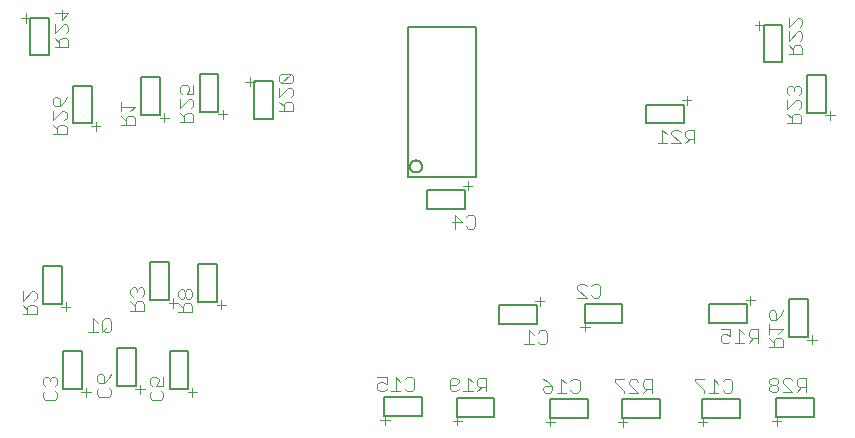
<source format=gbr>
G04 EAGLE Gerber RS-274X export*
G75*
%MOMM*%
%FSLAX34Y34*%
%LPD*%
%INSilkscreen Bottom*%
%IPPOS*%
%AMOC8*
5,1,8,0,0,1.08239X$1,22.5*%
G01*
%ADD10C,0.127000*%
%ADD11C,0.101600*%


D10*
X489220Y428270D02*
X489220Y412270D01*
X457220Y412270D01*
X457220Y428270D01*
X489220Y428270D01*
D11*
X461546Y408845D02*
X453750Y408845D01*
X457648Y412743D02*
X457648Y404947D01*
X474598Y443223D02*
X476547Y445172D01*
X480445Y445172D01*
X482394Y443223D01*
X482394Y435427D01*
X480445Y433478D01*
X476547Y433478D01*
X474598Y435427D01*
X470700Y441274D02*
X466802Y445172D01*
X466802Y433478D01*
X470700Y433478D02*
X462904Y433478D01*
X459006Y445172D02*
X451210Y445172D01*
X459006Y445172D02*
X459006Y439325D01*
X455108Y441274D01*
X453159Y441274D01*
X451210Y439325D01*
X451210Y435427D01*
X453159Y433478D01*
X457057Y433478D01*
X459006Y435427D01*
D10*
X629320Y426770D02*
X629320Y410770D01*
X597320Y410770D01*
X597320Y426770D01*
X629320Y426770D01*
D11*
X601646Y407345D02*
X593850Y407345D01*
X597748Y411243D02*
X597748Y403447D01*
X614698Y441723D02*
X616647Y443672D01*
X620545Y443672D01*
X622494Y441723D01*
X622494Y433927D01*
X620545Y431978D01*
X616647Y431978D01*
X614698Y433927D01*
X610800Y439774D02*
X606902Y443672D01*
X606902Y431978D01*
X610800Y431978D02*
X603004Y431978D01*
X595208Y441723D02*
X591310Y443672D01*
X595208Y441723D02*
X599106Y437825D01*
X599106Y433927D01*
X597157Y431978D01*
X593259Y431978D01*
X591310Y433927D01*
X591310Y435876D01*
X593259Y437825D01*
X599106Y437825D01*
D10*
X758330Y426660D02*
X758330Y410660D01*
X726330Y410660D01*
X726330Y426660D01*
X758330Y426660D01*
D11*
X730656Y407235D02*
X722860Y407235D01*
X726758Y411133D02*
X726758Y403337D01*
X743708Y441613D02*
X745657Y443562D01*
X749555Y443562D01*
X751504Y441613D01*
X751504Y433817D01*
X749555Y431868D01*
X745657Y431868D01*
X743708Y433817D01*
X739810Y439664D02*
X735912Y443562D01*
X735912Y431868D01*
X739810Y431868D02*
X732014Y431868D01*
X728116Y443562D02*
X720320Y443562D01*
X720320Y441613D01*
X728116Y433817D01*
X728116Y431868D01*
D10*
X732380Y490870D02*
X732380Y506870D01*
X764380Y506870D01*
X764380Y490870D01*
X732380Y490870D01*
D11*
X762936Y510305D02*
X770732Y510305D01*
X766834Y514203D02*
X766834Y506407D01*
X773272Y485672D02*
X773272Y473978D01*
X773272Y485672D02*
X767425Y485672D01*
X765476Y483723D01*
X765476Y479825D01*
X767425Y477876D01*
X773272Y477876D01*
X769374Y477876D02*
X765476Y473978D01*
X761578Y481774D02*
X757680Y485672D01*
X757680Y473978D01*
X761578Y473978D02*
X753782Y473978D01*
X749884Y485672D02*
X742088Y485672D01*
X749884Y485672D02*
X749884Y479825D01*
X745986Y481774D01*
X744037Y481774D01*
X742088Y479825D01*
X742088Y475927D01*
X744037Y473978D01*
X747935Y473978D01*
X749884Y475927D01*
D10*
X799730Y511260D02*
X815730Y511260D01*
X815730Y479260D01*
X799730Y479260D01*
X799730Y511260D01*
D11*
X819165Y480704D02*
X819165Y472908D01*
X823063Y476806D02*
X815267Y476806D01*
X794532Y470368D02*
X782838Y470368D01*
X794532Y470368D02*
X794532Y476215D01*
X792583Y478164D01*
X788685Y478164D01*
X786736Y476215D01*
X786736Y470368D01*
X786736Y474266D02*
X782838Y478164D01*
X790634Y482062D02*
X794532Y485960D01*
X782838Y485960D01*
X782838Y482062D02*
X782838Y489858D01*
X792583Y497654D02*
X794532Y501552D01*
X792583Y497654D02*
X788685Y493756D01*
X784787Y493756D01*
X782838Y495705D01*
X782838Y499603D01*
X784787Y501552D01*
X786736Y501552D01*
X788685Y499603D01*
X788685Y493756D01*
D10*
X550290Y427770D02*
X550290Y411770D01*
X518290Y411770D01*
X518290Y427770D01*
X550290Y427770D01*
D11*
X522616Y408345D02*
X514820Y408345D01*
X518718Y412243D02*
X518718Y404447D01*
X543464Y432978D02*
X543464Y444672D01*
X537617Y444672D01*
X535668Y442723D01*
X535668Y438825D01*
X537617Y436876D01*
X543464Y436876D01*
X539566Y436876D02*
X535668Y432978D01*
X531770Y440774D02*
X527872Y444672D01*
X527872Y432978D01*
X531770Y432978D02*
X523974Y432978D01*
X520076Y434927D02*
X518127Y432978D01*
X514229Y432978D01*
X512280Y434927D01*
X512280Y442723D01*
X514229Y444672D01*
X518127Y444672D01*
X520076Y442723D01*
X520076Y440774D01*
X518127Y438825D01*
X512280Y438825D01*
D10*
X183930Y539170D02*
X167930Y539170D01*
X183930Y539170D02*
X183930Y507170D01*
X167930Y507170D01*
X167930Y539170D01*
D11*
X187365Y508614D02*
X187365Y500818D01*
X191263Y504716D02*
X183467Y504716D01*
X162732Y498278D02*
X151038Y498278D01*
X162732Y498278D02*
X162732Y504125D01*
X160783Y506074D01*
X156885Y506074D01*
X154936Y504125D01*
X154936Y498278D01*
X154936Y502176D02*
X151038Y506074D01*
X151038Y509972D02*
X151038Y517768D01*
X151038Y509972D02*
X158834Y517768D01*
X160783Y517768D01*
X162732Y515819D01*
X162732Y511921D01*
X160783Y509972D01*
D10*
X346690Y663660D02*
X362690Y663660D01*
X346690Y663660D02*
X346690Y695660D01*
X362690Y695660D01*
X362690Y663660D01*
D11*
X343265Y691334D02*
X343265Y699130D01*
X347163Y695232D02*
X339367Y695232D01*
X367898Y670486D02*
X379592Y670486D01*
X379592Y676333D01*
X377643Y678282D01*
X373745Y678282D01*
X371796Y676333D01*
X371796Y670486D01*
X371796Y674384D02*
X367898Y678282D01*
X367898Y682180D02*
X367898Y689976D01*
X367898Y682180D02*
X375694Y689976D01*
X377643Y689976D01*
X379592Y688027D01*
X379592Y684129D01*
X377643Y682180D01*
X377643Y693874D02*
X369847Y693874D01*
X377643Y693874D02*
X379592Y695823D01*
X379592Y699721D01*
X377643Y701670D01*
X369847Y701670D01*
X367898Y699721D01*
X367898Y695823D01*
X369847Y693874D01*
X377643Y701670D01*
D10*
X678770Y675910D02*
X678770Y659910D01*
X678770Y675910D02*
X710770Y675910D01*
X710770Y659910D01*
X678770Y659910D01*
D11*
X709326Y679345D02*
X717122Y679345D01*
X713224Y683243D02*
X713224Y675447D01*
X719662Y654712D02*
X719662Y643018D01*
X719662Y654712D02*
X713815Y654712D01*
X711866Y652763D01*
X711866Y648865D01*
X713815Y646916D01*
X719662Y646916D01*
X715764Y646916D02*
X711866Y643018D01*
X707968Y643018D02*
X700172Y643018D01*
X707968Y643018D02*
X700172Y650814D01*
X700172Y652763D01*
X702121Y654712D01*
X706019Y654712D01*
X707968Y652763D01*
X696274Y650814D02*
X692376Y654712D01*
X692376Y643018D01*
X696274Y643018D02*
X688478Y643018D01*
D10*
X778130Y711540D02*
X794130Y711540D01*
X778130Y711540D02*
X778130Y743540D01*
X794130Y743540D01*
X794130Y711540D01*
D11*
X774705Y739214D02*
X774705Y747010D01*
X778603Y743112D02*
X770807Y743112D01*
X799338Y718366D02*
X811032Y718366D01*
X811032Y724213D01*
X809083Y726162D01*
X805185Y726162D01*
X803236Y724213D01*
X803236Y718366D01*
X803236Y722264D02*
X799338Y726162D01*
X799338Y730060D02*
X799338Y737856D01*
X799338Y730060D02*
X807134Y737856D01*
X809083Y737856D01*
X811032Y735907D01*
X811032Y732009D01*
X809083Y730060D01*
X799338Y741754D02*
X799338Y749550D01*
X799338Y741754D02*
X807134Y749550D01*
X809083Y749550D01*
X811032Y747601D01*
X811032Y743703D01*
X809083Y741754D01*
D10*
X814970Y701180D02*
X830970Y701180D01*
X830970Y669180D01*
X814970Y669180D01*
X814970Y701180D01*
D11*
X834405Y670624D02*
X834405Y662828D01*
X838303Y666726D02*
X830507Y666726D01*
X809772Y660288D02*
X798078Y660288D01*
X809772Y660288D02*
X809772Y666135D01*
X807823Y668084D01*
X803925Y668084D01*
X801976Y666135D01*
X801976Y660288D01*
X801976Y664186D02*
X798078Y668084D01*
X798078Y671982D02*
X798078Y679778D01*
X798078Y671982D02*
X805874Y679778D01*
X807823Y679778D01*
X809772Y677829D01*
X809772Y673931D01*
X807823Y671982D01*
X807823Y683676D02*
X809772Y685625D01*
X809772Y689523D01*
X807823Y691472D01*
X805874Y691472D01*
X803925Y689523D01*
X803925Y687574D01*
X803925Y689523D02*
X801976Y691472D01*
X800027Y691472D01*
X798078Y689523D01*
X798078Y685625D01*
X800027Y683676D01*
D10*
X172770Y717550D02*
X156770Y717550D01*
X156770Y749550D01*
X172770Y749550D01*
X172770Y717550D01*
D11*
X153345Y745224D02*
X153345Y753020D01*
X157243Y749122D02*
X149447Y749122D01*
X177978Y724376D02*
X189672Y724376D01*
X189672Y730223D01*
X187723Y732172D01*
X183825Y732172D01*
X181876Y730223D01*
X181876Y724376D01*
X181876Y728274D02*
X177978Y732172D01*
X177978Y736070D02*
X177978Y743866D01*
X177978Y736070D02*
X185774Y743866D01*
X187723Y743866D01*
X189672Y741917D01*
X189672Y738019D01*
X187723Y736070D01*
X189672Y753611D02*
X177978Y753611D01*
X183825Y747764D02*
X189672Y753611D01*
X183825Y755560D02*
X183825Y747764D01*
D10*
X300680Y702020D02*
X316680Y702020D01*
X316680Y670020D01*
X300680Y670020D01*
X300680Y702020D01*
D11*
X320115Y671464D02*
X320115Y663668D01*
X324013Y667566D02*
X316217Y667566D01*
X295482Y661128D02*
X283788Y661128D01*
X295482Y661128D02*
X295482Y666975D01*
X293533Y668924D01*
X289635Y668924D01*
X287686Y666975D01*
X287686Y661128D01*
X287686Y665026D02*
X283788Y668924D01*
X283788Y672822D02*
X283788Y680618D01*
X283788Y672822D02*
X291584Y680618D01*
X293533Y680618D01*
X295482Y678669D01*
X295482Y674771D01*
X293533Y672822D01*
X295482Y684516D02*
X295482Y692312D01*
X295482Y684516D02*
X289635Y684516D01*
X291584Y688414D01*
X291584Y690363D01*
X289635Y692312D01*
X285737Y692312D01*
X283788Y690363D01*
X283788Y686465D01*
X285737Y684516D01*
D10*
X209270Y691880D02*
X193270Y691880D01*
X209270Y691880D02*
X209270Y659880D01*
X193270Y659880D01*
X193270Y691880D01*
D11*
X212705Y661324D02*
X212705Y653528D01*
X216603Y657426D02*
X208807Y657426D01*
X188072Y650988D02*
X176378Y650988D01*
X188072Y650988D02*
X188072Y656835D01*
X186123Y658784D01*
X182225Y658784D01*
X180276Y656835D01*
X180276Y650988D01*
X180276Y654886D02*
X176378Y658784D01*
X176378Y662682D02*
X176378Y670478D01*
X176378Y662682D02*
X184174Y670478D01*
X186123Y670478D01*
X188072Y668529D01*
X188072Y664631D01*
X186123Y662682D01*
X186123Y678274D02*
X188072Y682172D01*
X186123Y678274D02*
X182225Y674376D01*
X178327Y674376D01*
X176378Y676325D01*
X176378Y680223D01*
X178327Y682172D01*
X180276Y682172D01*
X182225Y680223D01*
X182225Y674376D01*
D10*
X690580Y426270D02*
X690580Y410270D01*
X658580Y410270D01*
X658580Y426270D01*
X690580Y426270D01*
D11*
X662906Y406845D02*
X655110Y406845D01*
X659008Y410743D02*
X659008Y402947D01*
X683754Y431478D02*
X683754Y443172D01*
X677907Y443172D01*
X675958Y441223D01*
X675958Y437325D01*
X677907Y435376D01*
X683754Y435376D01*
X679856Y435376D02*
X675958Y431478D01*
X672060Y431478D02*
X664264Y431478D01*
X672060Y431478D02*
X664264Y439274D01*
X664264Y441223D01*
X666213Y443172D01*
X670111Y443172D01*
X672060Y441223D01*
X660366Y443172D02*
X652570Y443172D01*
X652570Y441223D01*
X660366Y433427D01*
X660366Y431478D01*
D10*
X820980Y427430D02*
X820980Y411430D01*
X788980Y411430D01*
X788980Y427430D01*
X820980Y427430D01*
D11*
X793306Y408005D02*
X785510Y408005D01*
X789408Y411903D02*
X789408Y404107D01*
X814154Y432638D02*
X814154Y444332D01*
X808307Y444332D01*
X806358Y442383D01*
X806358Y438485D01*
X808307Y436536D01*
X814154Y436536D01*
X810256Y436536D02*
X806358Y432638D01*
X802460Y432638D02*
X794664Y432638D01*
X802460Y432638D02*
X794664Y440434D01*
X794664Y442383D01*
X796613Y444332D01*
X800511Y444332D01*
X802460Y442383D01*
X790766Y442383D02*
X788817Y444332D01*
X784919Y444332D01*
X782970Y442383D01*
X782970Y440434D01*
X784919Y438485D01*
X782970Y436536D01*
X782970Y434587D01*
X784919Y432638D01*
X788817Y432638D01*
X790766Y434587D01*
X790766Y436536D01*
X788817Y438485D01*
X790766Y440434D01*
X790766Y442383D01*
X788817Y438485D02*
X784919Y438485D01*
D10*
X275040Y542430D02*
X259040Y542430D01*
X275040Y542430D02*
X275040Y510430D01*
X259040Y510430D01*
X259040Y542430D01*
D11*
X278475Y511874D02*
X278475Y504078D01*
X282373Y507976D02*
X274577Y507976D01*
X253842Y501538D02*
X242148Y501538D01*
X253842Y501538D02*
X253842Y507385D01*
X251893Y509334D01*
X247995Y509334D01*
X246046Y507385D01*
X246046Y501538D01*
X246046Y505436D02*
X242148Y509334D01*
X251893Y513232D02*
X253842Y515181D01*
X253842Y519079D01*
X251893Y521028D01*
X249944Y521028D01*
X247995Y519079D01*
X247995Y517130D01*
X247995Y519079D02*
X246046Y521028D01*
X244097Y521028D01*
X242148Y519079D01*
X242148Y515181D01*
X244097Y513232D01*
D10*
X299510Y540820D02*
X315510Y540820D01*
X315510Y508820D01*
X299510Y508820D01*
X299510Y540820D01*
D11*
X318945Y510264D02*
X318945Y502468D01*
X322843Y506366D02*
X315047Y506366D01*
X294312Y499928D02*
X282618Y499928D01*
X294312Y499928D02*
X294312Y505775D01*
X292363Y507724D01*
X288465Y507724D01*
X286516Y505775D01*
X286516Y499928D01*
X286516Y503826D02*
X282618Y507724D01*
X292363Y511622D02*
X294312Y513571D01*
X294312Y517469D01*
X292363Y519418D01*
X290414Y519418D01*
X288465Y517469D01*
X286516Y519418D01*
X284567Y519418D01*
X282618Y517469D01*
X282618Y513571D01*
X284567Y511622D01*
X286516Y511622D01*
X288465Y513571D01*
X290414Y511622D01*
X292363Y511622D01*
X288465Y513571D02*
X288465Y517469D01*
D10*
X267240Y699300D02*
X251240Y699300D01*
X267240Y699300D02*
X267240Y667300D01*
X251240Y667300D01*
X251240Y699300D01*
D11*
X270675Y668744D02*
X270675Y660948D01*
X274573Y664846D02*
X266777Y664846D01*
X246042Y658408D02*
X234348Y658408D01*
X246042Y658408D02*
X246042Y664255D01*
X244093Y666204D01*
X240195Y666204D01*
X238246Y664255D01*
X238246Y658408D01*
X238246Y662306D02*
X234348Y666204D01*
X242144Y670102D02*
X246042Y674000D01*
X234348Y674000D01*
X234348Y670102D02*
X234348Y677898D01*
X226080Y493013D02*
X226080Y485217D01*
X226080Y493013D02*
X224131Y494962D01*
X220233Y494962D01*
X218284Y493013D01*
X218284Y485217D01*
X220233Y483268D01*
X224131Y483268D01*
X226080Y485217D01*
X222182Y487166D02*
X218284Y483268D01*
X214386Y491064D02*
X210488Y494962D01*
X210488Y483268D01*
X214386Y483268D02*
X206590Y483268D01*
D10*
X534670Y614680D02*
X534670Y741680D01*
X534670Y614680D02*
X477520Y614680D01*
X477520Y741680D01*
X534670Y741680D01*
X478790Y623570D02*
X478792Y623712D01*
X478798Y623855D01*
X478808Y623997D01*
X478822Y624139D01*
X478840Y624280D01*
X478862Y624421D01*
X478888Y624561D01*
X478917Y624700D01*
X478951Y624839D01*
X478989Y624976D01*
X479030Y625113D01*
X479075Y625248D01*
X479124Y625382D01*
X479177Y625514D01*
X479233Y625645D01*
X479293Y625774D01*
X479357Y625902D01*
X479424Y626027D01*
X479495Y626151D01*
X479569Y626273D01*
X479646Y626392D01*
X479727Y626510D01*
X479811Y626625D01*
X479898Y626737D01*
X479989Y626847D01*
X480082Y626955D01*
X480179Y627060D01*
X480278Y627162D01*
X480380Y627261D01*
X480485Y627358D01*
X480593Y627451D01*
X480703Y627542D01*
X480815Y627629D01*
X480930Y627713D01*
X481048Y627794D01*
X481167Y627871D01*
X481289Y627945D01*
X481413Y628016D01*
X481538Y628083D01*
X481666Y628147D01*
X481795Y628207D01*
X481926Y628263D01*
X482058Y628316D01*
X482192Y628365D01*
X482327Y628410D01*
X482464Y628451D01*
X482601Y628489D01*
X482740Y628523D01*
X482879Y628552D01*
X483019Y628578D01*
X483160Y628600D01*
X483301Y628618D01*
X483443Y628632D01*
X483585Y628642D01*
X483728Y628648D01*
X483870Y628650D01*
X484012Y628648D01*
X484155Y628642D01*
X484297Y628632D01*
X484439Y628618D01*
X484580Y628600D01*
X484721Y628578D01*
X484861Y628552D01*
X485000Y628523D01*
X485139Y628489D01*
X485276Y628451D01*
X485413Y628410D01*
X485548Y628365D01*
X485682Y628316D01*
X485814Y628263D01*
X485945Y628207D01*
X486074Y628147D01*
X486202Y628083D01*
X486327Y628016D01*
X486451Y627945D01*
X486573Y627871D01*
X486692Y627794D01*
X486810Y627713D01*
X486925Y627629D01*
X487037Y627542D01*
X487147Y627451D01*
X487255Y627358D01*
X487360Y627261D01*
X487462Y627162D01*
X487561Y627060D01*
X487658Y626955D01*
X487751Y626847D01*
X487842Y626737D01*
X487929Y626625D01*
X488013Y626510D01*
X488094Y626392D01*
X488171Y626273D01*
X488245Y626151D01*
X488316Y626027D01*
X488383Y625902D01*
X488447Y625774D01*
X488507Y625645D01*
X488563Y625514D01*
X488616Y625382D01*
X488665Y625248D01*
X488710Y625113D01*
X488751Y624976D01*
X488789Y624839D01*
X488823Y624700D01*
X488852Y624561D01*
X488878Y624421D01*
X488900Y624280D01*
X488918Y624139D01*
X488932Y623997D01*
X488942Y623855D01*
X488948Y623712D01*
X488950Y623570D01*
X488948Y623428D01*
X488942Y623285D01*
X488932Y623143D01*
X488918Y623001D01*
X488900Y622860D01*
X488878Y622719D01*
X488852Y622579D01*
X488823Y622440D01*
X488789Y622301D01*
X488751Y622164D01*
X488710Y622027D01*
X488665Y621892D01*
X488616Y621758D01*
X488563Y621626D01*
X488507Y621495D01*
X488447Y621366D01*
X488383Y621238D01*
X488316Y621113D01*
X488245Y620989D01*
X488171Y620867D01*
X488094Y620748D01*
X488013Y620630D01*
X487929Y620515D01*
X487842Y620403D01*
X487751Y620293D01*
X487658Y620185D01*
X487561Y620080D01*
X487462Y619978D01*
X487360Y619879D01*
X487255Y619782D01*
X487147Y619689D01*
X487037Y619598D01*
X486925Y619511D01*
X486810Y619427D01*
X486692Y619346D01*
X486573Y619269D01*
X486451Y619195D01*
X486327Y619124D01*
X486202Y619057D01*
X486074Y618993D01*
X485945Y618933D01*
X485814Y618877D01*
X485682Y618824D01*
X485548Y618775D01*
X485413Y618730D01*
X485276Y618689D01*
X485139Y618651D01*
X485000Y618617D01*
X484861Y618588D01*
X484721Y618562D01*
X484580Y618540D01*
X484439Y618522D01*
X484297Y618508D01*
X484155Y618498D01*
X484012Y618492D01*
X483870Y618490D01*
X483728Y618492D01*
X483585Y618498D01*
X483443Y618508D01*
X483301Y618522D01*
X483160Y618540D01*
X483019Y618562D01*
X482879Y618588D01*
X482740Y618617D01*
X482601Y618651D01*
X482464Y618689D01*
X482327Y618730D01*
X482192Y618775D01*
X482058Y618824D01*
X481926Y618877D01*
X481795Y618933D01*
X481666Y618993D01*
X481538Y619057D01*
X481413Y619124D01*
X481289Y619195D01*
X481167Y619269D01*
X481048Y619346D01*
X480930Y619427D01*
X480815Y619511D01*
X480703Y619598D01*
X480593Y619689D01*
X480485Y619782D01*
X480380Y619879D01*
X480278Y619978D01*
X480179Y620080D01*
X480082Y620185D01*
X479989Y620293D01*
X479898Y620403D01*
X479811Y620515D01*
X479727Y620630D01*
X479646Y620748D01*
X479569Y620867D01*
X479495Y620989D01*
X479424Y621113D01*
X479357Y621238D01*
X479293Y621366D01*
X479233Y621495D01*
X479177Y621626D01*
X479124Y621758D01*
X479075Y621892D01*
X479030Y622027D01*
X478989Y622164D01*
X478951Y622301D01*
X478917Y622440D01*
X478888Y622579D01*
X478862Y622719D01*
X478840Y622860D01*
X478822Y623001D01*
X478808Y623143D01*
X478798Y623285D01*
X478792Y623428D01*
X478790Y623570D01*
X554230Y505840D02*
X554230Y489840D01*
X554230Y505840D02*
X586230Y505840D01*
X586230Y489840D01*
X554230Y489840D01*
D11*
X584786Y509275D02*
X592582Y509275D01*
X588684Y513173D02*
X588684Y505377D01*
X589275Y484642D02*
X587326Y482693D01*
X589275Y484642D02*
X593173Y484642D01*
X595122Y482693D01*
X595122Y474897D01*
X593173Y472948D01*
X589275Y472948D01*
X587326Y474897D01*
X583428Y480744D02*
X579530Y484642D01*
X579530Y472948D01*
X583428Y472948D02*
X575632Y472948D01*
D10*
X658620Y491110D02*
X658620Y507110D01*
X658620Y491110D02*
X626620Y491110D01*
X626620Y507110D01*
X658620Y507110D01*
D11*
X630946Y487685D02*
X623150Y487685D01*
X627048Y491583D02*
X627048Y483787D01*
X632304Y522063D02*
X634253Y524012D01*
X638151Y524012D01*
X640100Y522063D01*
X640100Y514267D01*
X638151Y512318D01*
X634253Y512318D01*
X632304Y514267D01*
X628406Y512318D02*
X620610Y512318D01*
X628406Y512318D02*
X620610Y520114D01*
X620610Y522063D01*
X622559Y524012D01*
X626457Y524012D01*
X628406Y522063D01*
D10*
X493270Y587630D02*
X493270Y603630D01*
X525270Y603630D01*
X525270Y587630D01*
X493270Y587630D01*
D11*
X523826Y607065D02*
X531622Y607065D01*
X527724Y610963D02*
X527724Y603167D01*
X528315Y582432D02*
X526366Y580483D01*
X528315Y582432D02*
X532213Y582432D01*
X534162Y580483D01*
X534162Y572687D01*
X532213Y570738D01*
X528315Y570738D01*
X526366Y572687D01*
X516621Y570738D02*
X516621Y582432D01*
X522468Y576585D01*
X514672Y576585D01*
D10*
X291210Y466850D02*
X275210Y466850D01*
X291210Y466850D02*
X291210Y434850D01*
X275210Y434850D01*
X275210Y466850D01*
D11*
X294645Y436294D02*
X294645Y428498D01*
X298543Y432396D02*
X290747Y432396D01*
X270012Y431805D02*
X268063Y433754D01*
X270012Y431805D02*
X270012Y427907D01*
X268063Y425958D01*
X260267Y425958D01*
X258318Y427907D01*
X258318Y431805D01*
X260267Y433754D01*
X270012Y437652D02*
X270012Y445448D01*
X270012Y437652D02*
X264165Y437652D01*
X266114Y441550D01*
X266114Y443499D01*
X264165Y445448D01*
X260267Y445448D01*
X258318Y443499D01*
X258318Y439601D01*
X260267Y437652D01*
D10*
X246760Y469390D02*
X230760Y469390D01*
X246760Y469390D02*
X246760Y437390D01*
X230760Y437390D01*
X230760Y469390D01*
D11*
X250195Y438834D02*
X250195Y431038D01*
X254093Y434936D02*
X246297Y434936D01*
X225562Y434345D02*
X223613Y436294D01*
X225562Y434345D02*
X225562Y430447D01*
X223613Y428498D01*
X215817Y428498D01*
X213868Y430447D01*
X213868Y434345D01*
X215817Y436294D01*
X223613Y444090D02*
X225562Y447988D01*
X223613Y444090D02*
X219715Y440192D01*
X215817Y440192D01*
X213868Y442141D01*
X213868Y446039D01*
X215817Y447988D01*
X217766Y447988D01*
X219715Y446039D01*
X219715Y440192D01*
D10*
X201040Y466850D02*
X185040Y466850D01*
X201040Y466850D02*
X201040Y434850D01*
X185040Y434850D01*
X185040Y466850D01*
D11*
X204475Y436294D02*
X204475Y428498D01*
X208373Y432396D02*
X200577Y432396D01*
X179842Y431805D02*
X177893Y433754D01*
X179842Y431805D02*
X179842Y427907D01*
X177893Y425958D01*
X170097Y425958D01*
X168148Y427907D01*
X168148Y431805D01*
X170097Y433754D01*
X177893Y437652D02*
X179842Y439601D01*
X179842Y443499D01*
X177893Y445448D01*
X175944Y445448D01*
X173995Y443499D01*
X173995Y441550D01*
X173995Y443499D02*
X172046Y445448D01*
X170097Y445448D01*
X168148Y443499D01*
X168148Y439601D01*
X170097Y437652D01*
M02*

</source>
